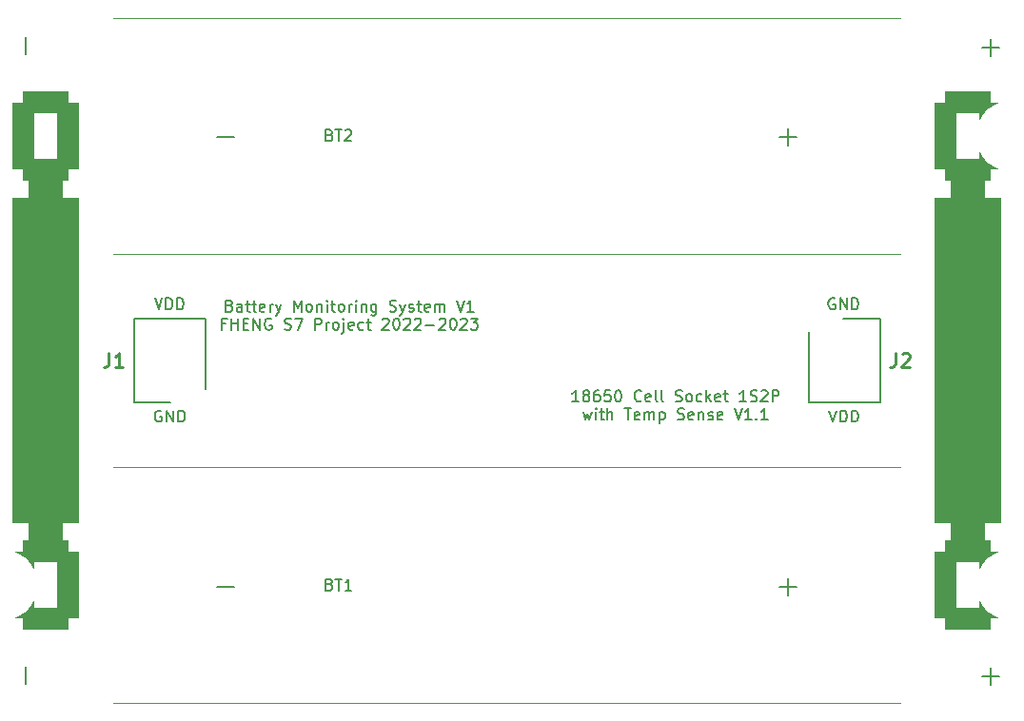
<source format=gto>
%TF.GenerationSoftware,KiCad,Pcbnew,(6.0.8)*%
%TF.CreationDate,2023-05-12T01:14:41+02:00*%
%TF.ProjectId,SMDBattHolder,534d4442-6174-4744-986f-6c6465722e6b,rev?*%
%TF.SameCoordinates,Original*%
%TF.FileFunction,Legend,Top*%
%TF.FilePolarity,Positive*%
%FSLAX46Y46*%
G04 Gerber Fmt 4.6, Leading zero omitted, Abs format (unit mm)*
G04 Created by KiCad (PCBNEW (6.0.8)) date 2023-05-12 01:14:41*
%MOMM*%
%LPD*%
G01*
G04 APERTURE LIST*
G04 Aperture macros list*
%AMRoundRect*
0 Rectangle with rounded corners*
0 $1 Rounding radius*
0 $2 $3 $4 $5 $6 $7 $8 $9 X,Y pos of 4 corners*
0 Add a 4 corners polygon primitive as box body*
4,1,4,$2,$3,$4,$5,$6,$7,$8,$9,$2,$3,0*
0 Add four circle primitives for the rounded corners*
1,1,$1+$1,$2,$3*
1,1,$1+$1,$4,$5*
1,1,$1+$1,$6,$7*
1,1,$1+$1,$8,$9*
0 Add four rect primitives between the rounded corners*
20,1,$1+$1,$2,$3,$4,$5,0*
20,1,$1+$1,$4,$5,$6,$7,0*
20,1,$1+$1,$6,$7,$8,$9,0*
20,1,$1+$1,$8,$9,$2,$3,0*%
G04 Aperture macros list end*
%ADD10C,0.150000*%
%ADD11C,0.254000*%
%ADD12C,0.200000*%
%ADD13C,0.120000*%
%ADD14C,6.400000*%
%ADD15C,3.600000*%
%ADD16C,2.100000*%
%ADD17R,1.500000X1.500000*%
%ADD18C,1.500000*%
%ADD19RoundRect,1.000000X-2.000000X-3.000000X2.000000X-3.000000X2.000000X3.000000X-2.000000X3.000000X0*%
%ADD20C,8.400000*%
%ADD21RoundRect,1.500000X1.500000X-14.500000X1.500000X14.500000X-1.500000X14.500000X-1.500000X-14.500000X0*%
%ADD22R,1.050000X1.500000*%
%ADD23O,1.050000X1.500000*%
G04 APERTURE END LIST*
D10*
X377238095Y-107142857D02*
X378761904Y-107142857D01*
X378000000Y-107904761D02*
X378000000Y-106380952D01*
X363666666Y-139452380D02*
X364000000Y-140452380D01*
X364333333Y-139452380D01*
X364666666Y-140452380D02*
X364666666Y-139452380D01*
X364904761Y-139452380D01*
X365047619Y-139500000D01*
X365142857Y-139595238D01*
X365190476Y-139690476D01*
X365238095Y-139880952D01*
X365238095Y-140023809D01*
X365190476Y-140214285D01*
X365142857Y-140309523D01*
X365047619Y-140404761D01*
X364904761Y-140452380D01*
X364666666Y-140452380D01*
X365666666Y-140452380D02*
X365666666Y-139452380D01*
X365904761Y-139452380D01*
X366047619Y-139500000D01*
X366142857Y-139595238D01*
X366190476Y-139690476D01*
X366238095Y-139880952D01*
X366238095Y-140023809D01*
X366190476Y-140214285D01*
X366142857Y-140309523D01*
X366047619Y-140404761D01*
X365904761Y-140452380D01*
X365666666Y-140452380D01*
X359238095Y-155142857D02*
X360761904Y-155142857D01*
X360000000Y-155904761D02*
X360000000Y-154380952D01*
X303666666Y-129452380D02*
X304000000Y-130452380D01*
X304333333Y-129452380D01*
X304666666Y-130452380D02*
X304666666Y-129452380D01*
X304904761Y-129452380D01*
X305047619Y-129500000D01*
X305142857Y-129595238D01*
X305190476Y-129690476D01*
X305238095Y-129880952D01*
X305238095Y-130023809D01*
X305190476Y-130214285D01*
X305142857Y-130309523D01*
X305047619Y-130404761D01*
X304904761Y-130452380D01*
X304666666Y-130452380D01*
X305666666Y-130452380D02*
X305666666Y-129452380D01*
X305904761Y-129452380D01*
X306047619Y-129500000D01*
X306142857Y-129595238D01*
X306190476Y-129690476D01*
X306238095Y-129880952D01*
X306238095Y-130023809D01*
X306190476Y-130214285D01*
X306142857Y-130309523D01*
X306047619Y-130404761D01*
X305904761Y-130452380D01*
X305666666Y-130452380D01*
X304238095Y-139500000D02*
X304142857Y-139452380D01*
X304000000Y-139452380D01*
X303857142Y-139500000D01*
X303761904Y-139595238D01*
X303714285Y-139690476D01*
X303666666Y-139880952D01*
X303666666Y-140023809D01*
X303714285Y-140214285D01*
X303761904Y-140309523D01*
X303857142Y-140404761D01*
X304000000Y-140452380D01*
X304095238Y-140452380D01*
X304238095Y-140404761D01*
X304285714Y-140357142D01*
X304285714Y-140023809D01*
X304095238Y-140023809D01*
X304714285Y-140452380D02*
X304714285Y-139452380D01*
X305285714Y-140452380D01*
X305285714Y-139452380D01*
X305761904Y-140452380D02*
X305761904Y-139452380D01*
X306000000Y-139452380D01*
X306142857Y-139500000D01*
X306238095Y-139595238D01*
X306285714Y-139690476D01*
X306333333Y-139880952D01*
X306333333Y-140023809D01*
X306285714Y-140214285D01*
X306238095Y-140309523D01*
X306142857Y-140404761D01*
X306000000Y-140452380D01*
X305761904Y-140452380D01*
X377238095Y-163142857D02*
X378761904Y-163142857D01*
X378000000Y-163904761D02*
X378000000Y-162380952D01*
X309238095Y-155142857D02*
X310761904Y-155142857D01*
X309238095Y-115142857D02*
X310761904Y-115142857D01*
X310333333Y-130123571D02*
X310476190Y-130171190D01*
X310523809Y-130218809D01*
X310571428Y-130314047D01*
X310571428Y-130456904D01*
X310523809Y-130552142D01*
X310476190Y-130599761D01*
X310380952Y-130647380D01*
X310000000Y-130647380D01*
X310000000Y-129647380D01*
X310333333Y-129647380D01*
X310428571Y-129695000D01*
X310476190Y-129742619D01*
X310523809Y-129837857D01*
X310523809Y-129933095D01*
X310476190Y-130028333D01*
X310428571Y-130075952D01*
X310333333Y-130123571D01*
X310000000Y-130123571D01*
X311428571Y-130647380D02*
X311428571Y-130123571D01*
X311380952Y-130028333D01*
X311285714Y-129980714D01*
X311095238Y-129980714D01*
X311000000Y-130028333D01*
X311428571Y-130599761D02*
X311333333Y-130647380D01*
X311095238Y-130647380D01*
X311000000Y-130599761D01*
X310952380Y-130504523D01*
X310952380Y-130409285D01*
X311000000Y-130314047D01*
X311095238Y-130266428D01*
X311333333Y-130266428D01*
X311428571Y-130218809D01*
X311761904Y-129980714D02*
X312142857Y-129980714D01*
X311904761Y-129647380D02*
X311904761Y-130504523D01*
X311952380Y-130599761D01*
X312047619Y-130647380D01*
X312142857Y-130647380D01*
X312333333Y-129980714D02*
X312714285Y-129980714D01*
X312476190Y-129647380D02*
X312476190Y-130504523D01*
X312523809Y-130599761D01*
X312619047Y-130647380D01*
X312714285Y-130647380D01*
X313428571Y-130599761D02*
X313333333Y-130647380D01*
X313142857Y-130647380D01*
X313047619Y-130599761D01*
X313000000Y-130504523D01*
X313000000Y-130123571D01*
X313047619Y-130028333D01*
X313142857Y-129980714D01*
X313333333Y-129980714D01*
X313428571Y-130028333D01*
X313476190Y-130123571D01*
X313476190Y-130218809D01*
X313000000Y-130314047D01*
X313904761Y-130647380D02*
X313904761Y-129980714D01*
X313904761Y-130171190D02*
X313952380Y-130075952D01*
X314000000Y-130028333D01*
X314095238Y-129980714D01*
X314190476Y-129980714D01*
X314428571Y-129980714D02*
X314666666Y-130647380D01*
X314904761Y-129980714D02*
X314666666Y-130647380D01*
X314571428Y-130885476D01*
X314523809Y-130933095D01*
X314428571Y-130980714D01*
X316047619Y-130647380D02*
X316047619Y-129647380D01*
X316380952Y-130361666D01*
X316714285Y-129647380D01*
X316714285Y-130647380D01*
X317333333Y-130647380D02*
X317238095Y-130599761D01*
X317190476Y-130552142D01*
X317142857Y-130456904D01*
X317142857Y-130171190D01*
X317190476Y-130075952D01*
X317238095Y-130028333D01*
X317333333Y-129980714D01*
X317476190Y-129980714D01*
X317571428Y-130028333D01*
X317619047Y-130075952D01*
X317666666Y-130171190D01*
X317666666Y-130456904D01*
X317619047Y-130552142D01*
X317571428Y-130599761D01*
X317476190Y-130647380D01*
X317333333Y-130647380D01*
X318095238Y-129980714D02*
X318095238Y-130647380D01*
X318095238Y-130075952D02*
X318142857Y-130028333D01*
X318238095Y-129980714D01*
X318380952Y-129980714D01*
X318476190Y-130028333D01*
X318523809Y-130123571D01*
X318523809Y-130647380D01*
X319000000Y-130647380D02*
X319000000Y-129980714D01*
X319000000Y-129647380D02*
X318952380Y-129695000D01*
X319000000Y-129742619D01*
X319047619Y-129695000D01*
X319000000Y-129647380D01*
X319000000Y-129742619D01*
X319333333Y-129980714D02*
X319714285Y-129980714D01*
X319476190Y-129647380D02*
X319476190Y-130504523D01*
X319523809Y-130599761D01*
X319619047Y-130647380D01*
X319714285Y-130647380D01*
X320190476Y-130647380D02*
X320095238Y-130599761D01*
X320047619Y-130552142D01*
X320000000Y-130456904D01*
X320000000Y-130171190D01*
X320047619Y-130075952D01*
X320095238Y-130028333D01*
X320190476Y-129980714D01*
X320333333Y-129980714D01*
X320428571Y-130028333D01*
X320476190Y-130075952D01*
X320523809Y-130171190D01*
X320523809Y-130456904D01*
X320476190Y-130552142D01*
X320428571Y-130599761D01*
X320333333Y-130647380D01*
X320190476Y-130647380D01*
X320952380Y-130647380D02*
X320952380Y-129980714D01*
X320952380Y-130171190D02*
X321000000Y-130075952D01*
X321047619Y-130028333D01*
X321142857Y-129980714D01*
X321238095Y-129980714D01*
X321571428Y-130647380D02*
X321571428Y-129980714D01*
X321571428Y-129647380D02*
X321523809Y-129695000D01*
X321571428Y-129742619D01*
X321619047Y-129695000D01*
X321571428Y-129647380D01*
X321571428Y-129742619D01*
X322047619Y-129980714D02*
X322047619Y-130647380D01*
X322047619Y-130075952D02*
X322095238Y-130028333D01*
X322190476Y-129980714D01*
X322333333Y-129980714D01*
X322428571Y-130028333D01*
X322476190Y-130123571D01*
X322476190Y-130647380D01*
X323380952Y-129980714D02*
X323380952Y-130790238D01*
X323333333Y-130885476D01*
X323285714Y-130933095D01*
X323190476Y-130980714D01*
X323047619Y-130980714D01*
X322952380Y-130933095D01*
X323380952Y-130599761D02*
X323285714Y-130647380D01*
X323095238Y-130647380D01*
X323000000Y-130599761D01*
X322952380Y-130552142D01*
X322904761Y-130456904D01*
X322904761Y-130171190D01*
X322952380Y-130075952D01*
X323000000Y-130028333D01*
X323095238Y-129980714D01*
X323285714Y-129980714D01*
X323380952Y-130028333D01*
X324571428Y-130599761D02*
X324714285Y-130647380D01*
X324952380Y-130647380D01*
X325047619Y-130599761D01*
X325095238Y-130552142D01*
X325142857Y-130456904D01*
X325142857Y-130361666D01*
X325095238Y-130266428D01*
X325047619Y-130218809D01*
X324952380Y-130171190D01*
X324761904Y-130123571D01*
X324666666Y-130075952D01*
X324619047Y-130028333D01*
X324571428Y-129933095D01*
X324571428Y-129837857D01*
X324619047Y-129742619D01*
X324666666Y-129695000D01*
X324761904Y-129647380D01*
X325000000Y-129647380D01*
X325142857Y-129695000D01*
X325476190Y-129980714D02*
X325714285Y-130647380D01*
X325952380Y-129980714D02*
X325714285Y-130647380D01*
X325619047Y-130885476D01*
X325571428Y-130933095D01*
X325476190Y-130980714D01*
X326285714Y-130599761D02*
X326380952Y-130647380D01*
X326571428Y-130647380D01*
X326666666Y-130599761D01*
X326714285Y-130504523D01*
X326714285Y-130456904D01*
X326666666Y-130361666D01*
X326571428Y-130314047D01*
X326428571Y-130314047D01*
X326333333Y-130266428D01*
X326285714Y-130171190D01*
X326285714Y-130123571D01*
X326333333Y-130028333D01*
X326428571Y-129980714D01*
X326571428Y-129980714D01*
X326666666Y-130028333D01*
X327000000Y-129980714D02*
X327380952Y-129980714D01*
X327142857Y-129647380D02*
X327142857Y-130504523D01*
X327190476Y-130599761D01*
X327285714Y-130647380D01*
X327380952Y-130647380D01*
X328095238Y-130599761D02*
X328000000Y-130647380D01*
X327809523Y-130647380D01*
X327714285Y-130599761D01*
X327666666Y-130504523D01*
X327666666Y-130123571D01*
X327714285Y-130028333D01*
X327809523Y-129980714D01*
X328000000Y-129980714D01*
X328095238Y-130028333D01*
X328142857Y-130123571D01*
X328142857Y-130218809D01*
X327666666Y-130314047D01*
X328571428Y-130647380D02*
X328571428Y-129980714D01*
X328571428Y-130075952D02*
X328619047Y-130028333D01*
X328714285Y-129980714D01*
X328857142Y-129980714D01*
X328952380Y-130028333D01*
X329000000Y-130123571D01*
X329000000Y-130647380D01*
X329000000Y-130123571D02*
X329047619Y-130028333D01*
X329142857Y-129980714D01*
X329285714Y-129980714D01*
X329380952Y-130028333D01*
X329428571Y-130123571D01*
X329428571Y-130647380D01*
X330523809Y-129647380D02*
X330857142Y-130647380D01*
X331190476Y-129647380D01*
X332047619Y-130647380D02*
X331476190Y-130647380D01*
X331761904Y-130647380D02*
X331761904Y-129647380D01*
X331666666Y-129790238D01*
X331571428Y-129885476D01*
X331476190Y-129933095D01*
X309976190Y-131733571D02*
X309642857Y-131733571D01*
X309642857Y-132257380D02*
X309642857Y-131257380D01*
X310119047Y-131257380D01*
X310500000Y-132257380D02*
X310500000Y-131257380D01*
X310500000Y-131733571D02*
X311071428Y-131733571D01*
X311071428Y-132257380D02*
X311071428Y-131257380D01*
X311547619Y-131733571D02*
X311880952Y-131733571D01*
X312023809Y-132257380D02*
X311547619Y-132257380D01*
X311547619Y-131257380D01*
X312023809Y-131257380D01*
X312452380Y-132257380D02*
X312452380Y-131257380D01*
X313023809Y-132257380D01*
X313023809Y-131257380D01*
X314023809Y-131305000D02*
X313928571Y-131257380D01*
X313785714Y-131257380D01*
X313642857Y-131305000D01*
X313547619Y-131400238D01*
X313500000Y-131495476D01*
X313452380Y-131685952D01*
X313452380Y-131828809D01*
X313500000Y-132019285D01*
X313547619Y-132114523D01*
X313642857Y-132209761D01*
X313785714Y-132257380D01*
X313880952Y-132257380D01*
X314023809Y-132209761D01*
X314071428Y-132162142D01*
X314071428Y-131828809D01*
X313880952Y-131828809D01*
X315214285Y-132209761D02*
X315357142Y-132257380D01*
X315595238Y-132257380D01*
X315690476Y-132209761D01*
X315738095Y-132162142D01*
X315785714Y-132066904D01*
X315785714Y-131971666D01*
X315738095Y-131876428D01*
X315690476Y-131828809D01*
X315595238Y-131781190D01*
X315404761Y-131733571D01*
X315309523Y-131685952D01*
X315261904Y-131638333D01*
X315214285Y-131543095D01*
X315214285Y-131447857D01*
X315261904Y-131352619D01*
X315309523Y-131305000D01*
X315404761Y-131257380D01*
X315642857Y-131257380D01*
X315785714Y-131305000D01*
X316119047Y-131257380D02*
X316785714Y-131257380D01*
X316357142Y-132257380D01*
X317928571Y-132257380D02*
X317928571Y-131257380D01*
X318309523Y-131257380D01*
X318404761Y-131305000D01*
X318452380Y-131352619D01*
X318500000Y-131447857D01*
X318500000Y-131590714D01*
X318452380Y-131685952D01*
X318404761Y-131733571D01*
X318309523Y-131781190D01*
X317928571Y-131781190D01*
X318928571Y-132257380D02*
X318928571Y-131590714D01*
X318928571Y-131781190D02*
X318976190Y-131685952D01*
X319023809Y-131638333D01*
X319119047Y-131590714D01*
X319214285Y-131590714D01*
X319690476Y-132257380D02*
X319595238Y-132209761D01*
X319547619Y-132162142D01*
X319500000Y-132066904D01*
X319500000Y-131781190D01*
X319547619Y-131685952D01*
X319595238Y-131638333D01*
X319690476Y-131590714D01*
X319833333Y-131590714D01*
X319928571Y-131638333D01*
X319976190Y-131685952D01*
X320023809Y-131781190D01*
X320023809Y-132066904D01*
X319976190Y-132162142D01*
X319928571Y-132209761D01*
X319833333Y-132257380D01*
X319690476Y-132257380D01*
X320452380Y-131590714D02*
X320452380Y-132447857D01*
X320404761Y-132543095D01*
X320309523Y-132590714D01*
X320261904Y-132590714D01*
X320452380Y-131257380D02*
X320404761Y-131305000D01*
X320452380Y-131352619D01*
X320500000Y-131305000D01*
X320452380Y-131257380D01*
X320452380Y-131352619D01*
X321309523Y-132209761D02*
X321214285Y-132257380D01*
X321023809Y-132257380D01*
X320928571Y-132209761D01*
X320880952Y-132114523D01*
X320880952Y-131733571D01*
X320928571Y-131638333D01*
X321023809Y-131590714D01*
X321214285Y-131590714D01*
X321309523Y-131638333D01*
X321357142Y-131733571D01*
X321357142Y-131828809D01*
X320880952Y-131924047D01*
X322214285Y-132209761D02*
X322119047Y-132257380D01*
X321928571Y-132257380D01*
X321833333Y-132209761D01*
X321785714Y-132162142D01*
X321738095Y-132066904D01*
X321738095Y-131781190D01*
X321785714Y-131685952D01*
X321833333Y-131638333D01*
X321928571Y-131590714D01*
X322119047Y-131590714D01*
X322214285Y-131638333D01*
X322500000Y-131590714D02*
X322880952Y-131590714D01*
X322642857Y-131257380D02*
X322642857Y-132114523D01*
X322690476Y-132209761D01*
X322785714Y-132257380D01*
X322880952Y-132257380D01*
X323928571Y-131352619D02*
X323976190Y-131305000D01*
X324071428Y-131257380D01*
X324309523Y-131257380D01*
X324404761Y-131305000D01*
X324452380Y-131352619D01*
X324500000Y-131447857D01*
X324500000Y-131543095D01*
X324452380Y-131685952D01*
X323880952Y-132257380D01*
X324500000Y-132257380D01*
X325119047Y-131257380D02*
X325214285Y-131257380D01*
X325309523Y-131305000D01*
X325357142Y-131352619D01*
X325404761Y-131447857D01*
X325452380Y-131638333D01*
X325452380Y-131876428D01*
X325404761Y-132066904D01*
X325357142Y-132162142D01*
X325309523Y-132209761D01*
X325214285Y-132257380D01*
X325119047Y-132257380D01*
X325023809Y-132209761D01*
X324976190Y-132162142D01*
X324928571Y-132066904D01*
X324880952Y-131876428D01*
X324880952Y-131638333D01*
X324928571Y-131447857D01*
X324976190Y-131352619D01*
X325023809Y-131305000D01*
X325119047Y-131257380D01*
X325833333Y-131352619D02*
X325880952Y-131305000D01*
X325976190Y-131257380D01*
X326214285Y-131257380D01*
X326309523Y-131305000D01*
X326357142Y-131352619D01*
X326404761Y-131447857D01*
X326404761Y-131543095D01*
X326357142Y-131685952D01*
X325785714Y-132257380D01*
X326404761Y-132257380D01*
X326785714Y-131352619D02*
X326833333Y-131305000D01*
X326928571Y-131257380D01*
X327166666Y-131257380D01*
X327261904Y-131305000D01*
X327309523Y-131352619D01*
X327357142Y-131447857D01*
X327357142Y-131543095D01*
X327309523Y-131685952D01*
X326738095Y-132257380D01*
X327357142Y-132257380D01*
X327785714Y-131876428D02*
X328547619Y-131876428D01*
X328976190Y-131352619D02*
X329023809Y-131305000D01*
X329119047Y-131257380D01*
X329357142Y-131257380D01*
X329452380Y-131305000D01*
X329500000Y-131352619D01*
X329547619Y-131447857D01*
X329547619Y-131543095D01*
X329500000Y-131685952D01*
X328928571Y-132257380D01*
X329547619Y-132257380D01*
X330166666Y-131257380D02*
X330261904Y-131257380D01*
X330357142Y-131305000D01*
X330404761Y-131352619D01*
X330452380Y-131447857D01*
X330500000Y-131638333D01*
X330500000Y-131876428D01*
X330452380Y-132066904D01*
X330404761Y-132162142D01*
X330357142Y-132209761D01*
X330261904Y-132257380D01*
X330166666Y-132257380D01*
X330071428Y-132209761D01*
X330023809Y-132162142D01*
X329976190Y-132066904D01*
X329928571Y-131876428D01*
X329928571Y-131638333D01*
X329976190Y-131447857D01*
X330023809Y-131352619D01*
X330071428Y-131305000D01*
X330166666Y-131257380D01*
X330880952Y-131352619D02*
X330928571Y-131305000D01*
X331023809Y-131257380D01*
X331261904Y-131257380D01*
X331357142Y-131305000D01*
X331404761Y-131352619D01*
X331452380Y-131447857D01*
X331452380Y-131543095D01*
X331404761Y-131685952D01*
X330833333Y-132257380D01*
X331452380Y-132257380D01*
X331785714Y-131257380D02*
X332404761Y-131257380D01*
X332071428Y-131638333D01*
X332214285Y-131638333D01*
X332309523Y-131685952D01*
X332357142Y-131733571D01*
X332404761Y-131828809D01*
X332404761Y-132066904D01*
X332357142Y-132162142D01*
X332309523Y-132209761D01*
X332214285Y-132257380D01*
X331928571Y-132257380D01*
X331833333Y-132209761D01*
X331785714Y-132162142D01*
X292142857Y-163761904D02*
X292142857Y-162238095D01*
X364163095Y-129500000D02*
X364067857Y-129452380D01*
X363925000Y-129452380D01*
X363782142Y-129500000D01*
X363686904Y-129595238D01*
X363639285Y-129690476D01*
X363591666Y-129880952D01*
X363591666Y-130023809D01*
X363639285Y-130214285D01*
X363686904Y-130309523D01*
X363782142Y-130404761D01*
X363925000Y-130452380D01*
X364020238Y-130452380D01*
X364163095Y-130404761D01*
X364210714Y-130357142D01*
X364210714Y-130023809D01*
X364020238Y-130023809D01*
X364639285Y-130452380D02*
X364639285Y-129452380D01*
X365210714Y-130452380D01*
X365210714Y-129452380D01*
X365686904Y-130452380D02*
X365686904Y-129452380D01*
X365925000Y-129452380D01*
X366067857Y-129500000D01*
X366163095Y-129595238D01*
X366210714Y-129690476D01*
X366258333Y-129880952D01*
X366258333Y-130023809D01*
X366210714Y-130214285D01*
X366163095Y-130309523D01*
X366067857Y-130404761D01*
X365925000Y-130452380D01*
X365686904Y-130452380D01*
X292142857Y-107761904D02*
X292142857Y-106238095D01*
X359238095Y-115142857D02*
X360761904Y-115142857D01*
X360000000Y-115904761D02*
X360000000Y-114380952D01*
X341380952Y-138647380D02*
X340809523Y-138647380D01*
X341095238Y-138647380D02*
X341095238Y-137647380D01*
X341000000Y-137790238D01*
X340904761Y-137885476D01*
X340809523Y-137933095D01*
X341952380Y-138075952D02*
X341857142Y-138028333D01*
X341809523Y-137980714D01*
X341761904Y-137885476D01*
X341761904Y-137837857D01*
X341809523Y-137742619D01*
X341857142Y-137695000D01*
X341952380Y-137647380D01*
X342142857Y-137647380D01*
X342238095Y-137695000D01*
X342285714Y-137742619D01*
X342333333Y-137837857D01*
X342333333Y-137885476D01*
X342285714Y-137980714D01*
X342238095Y-138028333D01*
X342142857Y-138075952D01*
X341952380Y-138075952D01*
X341857142Y-138123571D01*
X341809523Y-138171190D01*
X341761904Y-138266428D01*
X341761904Y-138456904D01*
X341809523Y-138552142D01*
X341857142Y-138599761D01*
X341952380Y-138647380D01*
X342142857Y-138647380D01*
X342238095Y-138599761D01*
X342285714Y-138552142D01*
X342333333Y-138456904D01*
X342333333Y-138266428D01*
X342285714Y-138171190D01*
X342238095Y-138123571D01*
X342142857Y-138075952D01*
X343190476Y-137647380D02*
X343000000Y-137647380D01*
X342904761Y-137695000D01*
X342857142Y-137742619D01*
X342761904Y-137885476D01*
X342714285Y-138075952D01*
X342714285Y-138456904D01*
X342761904Y-138552142D01*
X342809523Y-138599761D01*
X342904761Y-138647380D01*
X343095238Y-138647380D01*
X343190476Y-138599761D01*
X343238095Y-138552142D01*
X343285714Y-138456904D01*
X343285714Y-138218809D01*
X343238095Y-138123571D01*
X343190476Y-138075952D01*
X343095238Y-138028333D01*
X342904761Y-138028333D01*
X342809523Y-138075952D01*
X342761904Y-138123571D01*
X342714285Y-138218809D01*
X344190476Y-137647380D02*
X343714285Y-137647380D01*
X343666666Y-138123571D01*
X343714285Y-138075952D01*
X343809523Y-138028333D01*
X344047619Y-138028333D01*
X344142857Y-138075952D01*
X344190476Y-138123571D01*
X344238095Y-138218809D01*
X344238095Y-138456904D01*
X344190476Y-138552142D01*
X344142857Y-138599761D01*
X344047619Y-138647380D01*
X343809523Y-138647380D01*
X343714285Y-138599761D01*
X343666666Y-138552142D01*
X344857142Y-137647380D02*
X344952380Y-137647380D01*
X345047619Y-137695000D01*
X345095238Y-137742619D01*
X345142857Y-137837857D01*
X345190476Y-138028333D01*
X345190476Y-138266428D01*
X345142857Y-138456904D01*
X345095238Y-138552142D01*
X345047619Y-138599761D01*
X344952380Y-138647380D01*
X344857142Y-138647380D01*
X344761904Y-138599761D01*
X344714285Y-138552142D01*
X344666666Y-138456904D01*
X344619047Y-138266428D01*
X344619047Y-138028333D01*
X344666666Y-137837857D01*
X344714285Y-137742619D01*
X344761904Y-137695000D01*
X344857142Y-137647380D01*
X346952380Y-138552142D02*
X346904761Y-138599761D01*
X346761904Y-138647380D01*
X346666666Y-138647380D01*
X346523809Y-138599761D01*
X346428571Y-138504523D01*
X346380952Y-138409285D01*
X346333333Y-138218809D01*
X346333333Y-138075952D01*
X346380952Y-137885476D01*
X346428571Y-137790238D01*
X346523809Y-137695000D01*
X346666666Y-137647380D01*
X346761904Y-137647380D01*
X346904761Y-137695000D01*
X346952380Y-137742619D01*
X347761904Y-138599761D02*
X347666666Y-138647380D01*
X347476190Y-138647380D01*
X347380952Y-138599761D01*
X347333333Y-138504523D01*
X347333333Y-138123571D01*
X347380952Y-138028333D01*
X347476190Y-137980714D01*
X347666666Y-137980714D01*
X347761904Y-138028333D01*
X347809523Y-138123571D01*
X347809523Y-138218809D01*
X347333333Y-138314047D01*
X348380952Y-138647380D02*
X348285714Y-138599761D01*
X348238095Y-138504523D01*
X348238095Y-137647380D01*
X348904761Y-138647380D02*
X348809523Y-138599761D01*
X348761904Y-138504523D01*
X348761904Y-137647380D01*
X350000000Y-138599761D02*
X350142857Y-138647380D01*
X350380952Y-138647380D01*
X350476190Y-138599761D01*
X350523809Y-138552142D01*
X350571428Y-138456904D01*
X350571428Y-138361666D01*
X350523809Y-138266428D01*
X350476190Y-138218809D01*
X350380952Y-138171190D01*
X350190476Y-138123571D01*
X350095238Y-138075952D01*
X350047619Y-138028333D01*
X350000000Y-137933095D01*
X350000000Y-137837857D01*
X350047619Y-137742619D01*
X350095238Y-137695000D01*
X350190476Y-137647380D01*
X350428571Y-137647380D01*
X350571428Y-137695000D01*
X351142857Y-138647380D02*
X351047619Y-138599761D01*
X351000000Y-138552142D01*
X350952380Y-138456904D01*
X350952380Y-138171190D01*
X351000000Y-138075952D01*
X351047619Y-138028333D01*
X351142857Y-137980714D01*
X351285714Y-137980714D01*
X351380952Y-138028333D01*
X351428571Y-138075952D01*
X351476190Y-138171190D01*
X351476190Y-138456904D01*
X351428571Y-138552142D01*
X351380952Y-138599761D01*
X351285714Y-138647380D01*
X351142857Y-138647380D01*
X352333333Y-138599761D02*
X352238095Y-138647380D01*
X352047619Y-138647380D01*
X351952380Y-138599761D01*
X351904761Y-138552142D01*
X351857142Y-138456904D01*
X351857142Y-138171190D01*
X351904761Y-138075952D01*
X351952380Y-138028333D01*
X352047619Y-137980714D01*
X352238095Y-137980714D01*
X352333333Y-138028333D01*
X352761904Y-138647380D02*
X352761904Y-137647380D01*
X352857142Y-138266428D02*
X353142857Y-138647380D01*
X353142857Y-137980714D02*
X352761904Y-138361666D01*
X353952380Y-138599761D02*
X353857142Y-138647380D01*
X353666666Y-138647380D01*
X353571428Y-138599761D01*
X353523809Y-138504523D01*
X353523809Y-138123571D01*
X353571428Y-138028333D01*
X353666666Y-137980714D01*
X353857142Y-137980714D01*
X353952380Y-138028333D01*
X354000000Y-138123571D01*
X354000000Y-138218809D01*
X353523809Y-138314047D01*
X354285714Y-137980714D02*
X354666666Y-137980714D01*
X354428571Y-137647380D02*
X354428571Y-138504523D01*
X354476190Y-138599761D01*
X354571428Y-138647380D01*
X354666666Y-138647380D01*
X356285714Y-138647380D02*
X355714285Y-138647380D01*
X356000000Y-138647380D02*
X356000000Y-137647380D01*
X355904761Y-137790238D01*
X355809523Y-137885476D01*
X355714285Y-137933095D01*
X356666666Y-138599761D02*
X356809523Y-138647380D01*
X357047619Y-138647380D01*
X357142857Y-138599761D01*
X357190476Y-138552142D01*
X357238095Y-138456904D01*
X357238095Y-138361666D01*
X357190476Y-138266428D01*
X357142857Y-138218809D01*
X357047619Y-138171190D01*
X356857142Y-138123571D01*
X356761904Y-138075952D01*
X356714285Y-138028333D01*
X356666666Y-137933095D01*
X356666666Y-137837857D01*
X356714285Y-137742619D01*
X356761904Y-137695000D01*
X356857142Y-137647380D01*
X357095238Y-137647380D01*
X357238095Y-137695000D01*
X357619047Y-137742619D02*
X357666666Y-137695000D01*
X357761904Y-137647380D01*
X358000000Y-137647380D01*
X358095238Y-137695000D01*
X358142857Y-137742619D01*
X358190476Y-137837857D01*
X358190476Y-137933095D01*
X358142857Y-138075952D01*
X357571428Y-138647380D01*
X358190476Y-138647380D01*
X358619047Y-138647380D02*
X358619047Y-137647380D01*
X359000000Y-137647380D01*
X359095238Y-137695000D01*
X359142857Y-137742619D01*
X359190476Y-137837857D01*
X359190476Y-137980714D01*
X359142857Y-138075952D01*
X359095238Y-138123571D01*
X359000000Y-138171190D01*
X358619047Y-138171190D01*
X341761904Y-139590714D02*
X341952380Y-140257380D01*
X342142857Y-139781190D01*
X342333333Y-140257380D01*
X342523809Y-139590714D01*
X342904761Y-140257380D02*
X342904761Y-139590714D01*
X342904761Y-139257380D02*
X342857142Y-139305000D01*
X342904761Y-139352619D01*
X342952380Y-139305000D01*
X342904761Y-139257380D01*
X342904761Y-139352619D01*
X343238095Y-139590714D02*
X343619047Y-139590714D01*
X343380952Y-139257380D02*
X343380952Y-140114523D01*
X343428571Y-140209761D01*
X343523809Y-140257380D01*
X343619047Y-140257380D01*
X343952380Y-140257380D02*
X343952380Y-139257380D01*
X344380952Y-140257380D02*
X344380952Y-139733571D01*
X344333333Y-139638333D01*
X344238095Y-139590714D01*
X344095238Y-139590714D01*
X344000000Y-139638333D01*
X343952380Y-139685952D01*
X345476190Y-139257380D02*
X346047619Y-139257380D01*
X345761904Y-140257380D02*
X345761904Y-139257380D01*
X346761904Y-140209761D02*
X346666666Y-140257380D01*
X346476190Y-140257380D01*
X346380952Y-140209761D01*
X346333333Y-140114523D01*
X346333333Y-139733571D01*
X346380952Y-139638333D01*
X346476190Y-139590714D01*
X346666666Y-139590714D01*
X346761904Y-139638333D01*
X346809523Y-139733571D01*
X346809523Y-139828809D01*
X346333333Y-139924047D01*
X347238095Y-140257380D02*
X347238095Y-139590714D01*
X347238095Y-139685952D02*
X347285714Y-139638333D01*
X347380952Y-139590714D01*
X347523809Y-139590714D01*
X347619047Y-139638333D01*
X347666666Y-139733571D01*
X347666666Y-140257380D01*
X347666666Y-139733571D02*
X347714285Y-139638333D01*
X347809523Y-139590714D01*
X347952380Y-139590714D01*
X348047619Y-139638333D01*
X348095238Y-139733571D01*
X348095238Y-140257380D01*
X348571428Y-139590714D02*
X348571428Y-140590714D01*
X348571428Y-139638333D02*
X348666666Y-139590714D01*
X348857142Y-139590714D01*
X348952380Y-139638333D01*
X349000000Y-139685952D01*
X349047619Y-139781190D01*
X349047619Y-140066904D01*
X349000000Y-140162142D01*
X348952380Y-140209761D01*
X348857142Y-140257380D01*
X348666666Y-140257380D01*
X348571428Y-140209761D01*
X350190476Y-140209761D02*
X350333333Y-140257380D01*
X350571428Y-140257380D01*
X350666666Y-140209761D01*
X350714285Y-140162142D01*
X350761904Y-140066904D01*
X350761904Y-139971666D01*
X350714285Y-139876428D01*
X350666666Y-139828809D01*
X350571428Y-139781190D01*
X350380952Y-139733571D01*
X350285714Y-139685952D01*
X350238095Y-139638333D01*
X350190476Y-139543095D01*
X350190476Y-139447857D01*
X350238095Y-139352619D01*
X350285714Y-139305000D01*
X350380952Y-139257380D01*
X350619047Y-139257380D01*
X350761904Y-139305000D01*
X351571428Y-140209761D02*
X351476190Y-140257380D01*
X351285714Y-140257380D01*
X351190476Y-140209761D01*
X351142857Y-140114523D01*
X351142857Y-139733571D01*
X351190476Y-139638333D01*
X351285714Y-139590714D01*
X351476190Y-139590714D01*
X351571428Y-139638333D01*
X351619047Y-139733571D01*
X351619047Y-139828809D01*
X351142857Y-139924047D01*
X352047619Y-139590714D02*
X352047619Y-140257380D01*
X352047619Y-139685952D02*
X352095238Y-139638333D01*
X352190476Y-139590714D01*
X352333333Y-139590714D01*
X352428571Y-139638333D01*
X352476190Y-139733571D01*
X352476190Y-140257380D01*
X352904761Y-140209761D02*
X353000000Y-140257380D01*
X353190476Y-140257380D01*
X353285714Y-140209761D01*
X353333333Y-140114523D01*
X353333333Y-140066904D01*
X353285714Y-139971666D01*
X353190476Y-139924047D01*
X353047619Y-139924047D01*
X352952380Y-139876428D01*
X352904761Y-139781190D01*
X352904761Y-139733571D01*
X352952380Y-139638333D01*
X353047619Y-139590714D01*
X353190476Y-139590714D01*
X353285714Y-139638333D01*
X354142857Y-140209761D02*
X354047619Y-140257380D01*
X353857142Y-140257380D01*
X353761904Y-140209761D01*
X353714285Y-140114523D01*
X353714285Y-139733571D01*
X353761904Y-139638333D01*
X353857142Y-139590714D01*
X354047619Y-139590714D01*
X354142857Y-139638333D01*
X354190476Y-139733571D01*
X354190476Y-139828809D01*
X353714285Y-139924047D01*
X355238095Y-139257380D02*
X355571428Y-140257380D01*
X355904761Y-139257380D01*
X356761904Y-140257380D02*
X356190476Y-140257380D01*
X356476190Y-140257380D02*
X356476190Y-139257380D01*
X356380952Y-139400238D01*
X356285714Y-139495476D01*
X356190476Y-139543095D01*
X357190476Y-140162142D02*
X357238095Y-140209761D01*
X357190476Y-140257380D01*
X357142857Y-140209761D01*
X357190476Y-140162142D01*
X357190476Y-140257380D01*
X358190476Y-140257380D02*
X357619047Y-140257380D01*
X357904761Y-140257380D02*
X357904761Y-139257380D01*
X357809523Y-139400238D01*
X357714285Y-139495476D01*
X357619047Y-139543095D01*
D11*
X369576666Y-134304523D02*
X369576666Y-135211666D01*
X369516190Y-135393095D01*
X369395238Y-135514047D01*
X369213809Y-135574523D01*
X369092857Y-135574523D01*
X370120952Y-134425476D02*
X370181428Y-134365000D01*
X370302380Y-134304523D01*
X370604761Y-134304523D01*
X370725714Y-134365000D01*
X370786190Y-134425476D01*
X370846666Y-134546428D01*
X370846666Y-134667380D01*
X370786190Y-134848809D01*
X370060476Y-135574523D01*
X370846666Y-135574523D01*
D10*
X319214285Y-154928571D02*
X319357142Y-154976190D01*
X319404761Y-155023809D01*
X319452380Y-155119047D01*
X319452380Y-155261904D01*
X319404761Y-155357142D01*
X319357142Y-155404761D01*
X319261904Y-155452380D01*
X318880952Y-155452380D01*
X318880952Y-154452380D01*
X319214285Y-154452380D01*
X319309523Y-154500000D01*
X319357142Y-154547619D01*
X319404761Y-154642857D01*
X319404761Y-154738095D01*
X319357142Y-154833333D01*
X319309523Y-154880952D01*
X319214285Y-154928571D01*
X318880952Y-154928571D01*
X319738095Y-154452380D02*
X320309523Y-154452380D01*
X320023809Y-155452380D02*
X320023809Y-154452380D01*
X321166666Y-155452380D02*
X320595238Y-155452380D01*
X320880952Y-155452380D02*
X320880952Y-154452380D01*
X320785714Y-154595238D01*
X320690476Y-154690476D01*
X320595238Y-154738095D01*
X319214285Y-114928571D02*
X319357142Y-114976190D01*
X319404761Y-115023809D01*
X319452380Y-115119047D01*
X319452380Y-115261904D01*
X319404761Y-115357142D01*
X319357142Y-115404761D01*
X319261904Y-115452380D01*
X318880952Y-115452380D01*
X318880952Y-114452380D01*
X319214285Y-114452380D01*
X319309523Y-114500000D01*
X319357142Y-114547619D01*
X319404761Y-114642857D01*
X319404761Y-114738095D01*
X319357142Y-114833333D01*
X319309523Y-114880952D01*
X319214285Y-114928571D01*
X318880952Y-114928571D01*
X319738095Y-114452380D02*
X320309523Y-114452380D01*
X320023809Y-115452380D02*
X320023809Y-114452380D01*
X320595238Y-114547619D02*
X320642857Y-114500000D01*
X320738095Y-114452380D01*
X320976190Y-114452380D01*
X321071428Y-114500000D01*
X321119047Y-114547619D01*
X321166666Y-114642857D01*
X321166666Y-114738095D01*
X321119047Y-114880952D01*
X320547619Y-115452380D01*
X321166666Y-115452380D01*
D11*
X299576666Y-134304523D02*
X299576666Y-135211666D01*
X299516190Y-135393095D01*
X299395238Y-135514047D01*
X299213809Y-135574523D01*
X299092857Y-135574523D01*
X300846666Y-135574523D02*
X300120952Y-135574523D01*
X300483809Y-135574523D02*
X300483809Y-134304523D01*
X300362857Y-134485952D01*
X300241904Y-134606904D01*
X300120952Y-134667380D01*
D12*
X308175000Y-131265000D02*
X301825000Y-131265000D01*
X301825000Y-131265000D02*
X301825000Y-138735000D01*
X301825000Y-138735000D02*
X305075000Y-138735000D01*
X308175000Y-137545000D02*
X308175000Y-131265000D01*
D13*
X300000000Y-144500000D02*
X370000000Y-144500000D01*
X370000000Y-165500000D02*
X300000000Y-165500000D01*
X300000000Y-104500000D02*
X370000000Y-104500000D01*
X370000000Y-125500000D02*
X300000000Y-125500000D01*
D12*
X361825000Y-138735000D02*
X368175000Y-138735000D01*
X361825000Y-132455000D02*
X361825000Y-138735000D01*
X368175000Y-138735000D02*
X368175000Y-131265000D01*
X368175000Y-131265000D02*
X364925000Y-131265000D01*
%LPC*%
D14*
X290000000Y-115000000D03*
D15*
X290000000Y-115000000D03*
D16*
X372000000Y-163000000D03*
D17*
X305075000Y-137545000D03*
D18*
X305075000Y-135005000D03*
X305075000Y-132465000D03*
D19*
X294000000Y-155000000D03*
X376000000Y-155000000D03*
D20*
X335000000Y-155000000D03*
D19*
X294000000Y-115000000D03*
X376000000Y-115000000D03*
D15*
X380000000Y-155000000D03*
D14*
X380000000Y-155000000D03*
D20*
X335000000Y-115000000D03*
D14*
X290000000Y-155000000D03*
D15*
X290000000Y-155000000D03*
D16*
X372000000Y-123000000D03*
D14*
X380000000Y-115000000D03*
D15*
X380000000Y-115000000D03*
D17*
X364925000Y-132455000D03*
D18*
X364925000Y-134995000D03*
X364925000Y-137535000D03*
D21*
X294000000Y-135000000D03*
X376000000Y-135000000D03*
D22*
X333730000Y-127500000D03*
D23*
X335000000Y-127500000D03*
X336270000Y-127500000D03*
D22*
X336250000Y-142500000D03*
D23*
X334980000Y-142500000D03*
X333710000Y-142500000D03*
M02*

</source>
